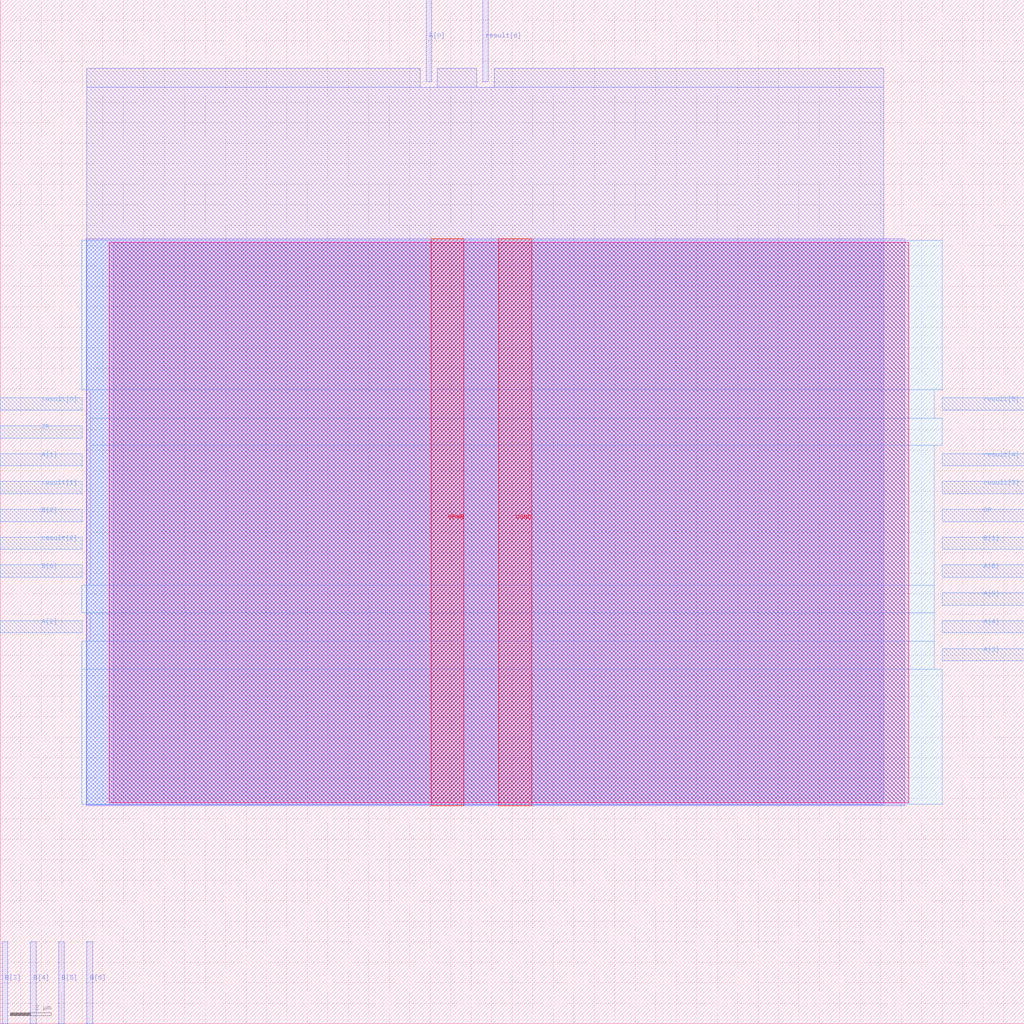
<source format=lef>
VERSION 5.7 ;
  NOWIREEXTENSIONATPIN ON ;
  DIVIDERCHAR "/" ;
  BUSBITCHARS "[]" ;
MACRO ALU_7bit
  CLASS BLOCK ;
  FOREIGN ALU_7bit ;
  ORIGIN 0.000 0.000 ;
  SIZE 50.000 BY 50.000 ;
  PIN A[0]
    DIRECTION INPUT ;
    USE SIGNAL ;
    ANTENNAGATEAREA 0.196500 ;
    PORT
      LAYER met2 ;
        RECT 20.790 46.000 21.070 50.000 ;
    END
  END A[0]
  PIN A[1]
    DIRECTION INPUT ;
    USE SIGNAL ;
    ANTENNAGATEAREA 0.196500 ;
    PORT
      LAYER met3 ;
        RECT 0.000 27.240 4.000 27.840 ;
    END
  END A[1]
  PIN A[2]
    DIRECTION INPUT ;
    USE SIGNAL ;
    ANTENNAGATEAREA 0.196500 ;
    PORT
      LAYER met3 ;
        RECT 0.000 19.080 4.000 19.680 ;
    END
  END A[2]
  PIN A[3]
    DIRECTION INPUT ;
    USE SIGNAL ;
    ANTENNAGATEAREA 0.196500 ;
    PORT
      LAYER met3 ;
        RECT 46.000 17.720 50.000 18.320 ;
    END
  END A[3]
  PIN A[4]
    DIRECTION INPUT ;
    USE SIGNAL ;
    ANTENNAGATEAREA 0.196500 ;
    PORT
      LAYER met3 ;
        RECT 46.000 19.080 50.000 19.680 ;
    END
  END A[4]
  PIN A[5]
    DIRECTION INPUT ;
    USE SIGNAL ;
    ANTENNAGATEAREA 0.213000 ;
    PORT
      LAYER met3 ;
        RECT 46.000 20.440 50.000 21.040 ;
    END
  END A[5]
  PIN A[6]
    DIRECTION INPUT ;
    USE SIGNAL ;
    ANTENNAGATEAREA 0.213000 ;
    PORT
      LAYER met3 ;
        RECT 46.000 21.800 50.000 22.400 ;
    END
  END A[6]
  PIN B[0]
    DIRECTION INPUT ;
    USE SIGNAL ;
    ANTENNAGATEAREA 0.196500 ;
    PORT
      LAYER met3 ;
        RECT 0.000 21.800 4.000 22.400 ;
    END
  END B[0]
  PIN B[1]
    DIRECTION INPUT ;
    USE SIGNAL ;
    ANTENNAGATEAREA 0.213000 ;
    PORT
      LAYER met3 ;
        RECT 46.000 23.160 50.000 23.760 ;
    END
  END B[1]
  PIN B[2]
    DIRECTION INPUT ;
    USE SIGNAL ;
    ANTENNAGATEAREA 0.213000 ;
    PORT
      LAYER met3 ;
        RECT 0.000 24.520 4.000 25.120 ;
    END
  END B[2]
  PIN B[3]
    DIRECTION INPUT ;
    USE SIGNAL ;
    PORT
      LAYER met2 ;
        RECT 0.090 0.000 0.370 4.000 ;
    END
  END B[3]
  PIN B[4]
    DIRECTION INPUT ;
    USE SIGNAL ;
    PORT
      LAYER met2 ;
        RECT 1.470 0.000 1.750 4.000 ;
    END
  END B[4]
  PIN B[5]
    DIRECTION INPUT ;
    USE SIGNAL ;
    PORT
      LAYER met2 ;
        RECT 2.850 0.000 3.130 4.000 ;
    END
  END B[5]
  PIN B[6]
    DIRECTION INPUT ;
    USE SIGNAL ;
    PORT
      LAYER met2 ;
        RECT 4.230 0.000 4.510 4.000 ;
    END
  END B[6]
  PIN OP
    DIRECTION INPUT ;
    USE SIGNAL ;
    ANTENNAGATEAREA 0.196500 ;
    PORT
      LAYER met3 ;
        RECT 46.000 24.520 50.000 25.120 ;
    END
  END OP
  PIN VGND
    DIRECTION INOUT ;
    USE GROUND ;
    PORT
      LAYER met4 ;
        RECT 24.340 10.640 25.940 38.320 ;
    END
  END VGND
  PIN VPWR
    DIRECTION INOUT ;
    USE POWER ;
    PORT
      LAYER met4 ;
        RECT 21.040 10.640 22.640 38.320 ;
    END
  END VPWR
  PIN ZF
    DIRECTION OUTPUT ;
    USE SIGNAL ;
    ANTENNADIFFAREA 0.445500 ;
    PORT
      LAYER met3 ;
        RECT 0.000 28.600 4.000 29.200 ;
    END
  END ZF
  PIN result[0]
    DIRECTION OUTPUT ;
    USE SIGNAL ;
    ANTENNADIFFAREA 0.445500 ;
    PORT
      LAYER met3 ;
        RECT 0.000 29.960 4.000 30.560 ;
    END
  END result[0]
  PIN result[1]
    DIRECTION OUTPUT ;
    USE SIGNAL ;
    ANTENNADIFFAREA 0.445500 ;
    PORT
      LAYER met3 ;
        RECT 0.000 25.880 4.000 26.480 ;
    END
  END result[1]
  PIN result[2]
    DIRECTION OUTPUT ;
    USE SIGNAL ;
    ANTENNADIFFAREA 0.445500 ;
    PORT
      LAYER met3 ;
        RECT 0.000 23.160 4.000 23.760 ;
    END
  END result[2]
  PIN result[3]
    DIRECTION OUTPUT ;
    USE SIGNAL ;
    ANTENNADIFFAREA 0.445500 ;
    PORT
      LAYER met3 ;
        RECT 46.000 25.880 50.000 26.480 ;
    END
  END result[3]
  PIN result[4]
    DIRECTION OUTPUT ;
    USE SIGNAL ;
    ANTENNADIFFAREA 0.445500 ;
    PORT
      LAYER met3 ;
        RECT 46.000 27.240 50.000 27.840 ;
    END
  END result[4]
  PIN result[5]
    DIRECTION OUTPUT ;
    USE SIGNAL ;
    ANTENNADIFFAREA 0.445500 ;
    PORT
      LAYER met3 ;
        RECT 46.000 29.960 50.000 30.560 ;
    END
  END result[5]
  PIN result[6]
    DIRECTION OUTPUT ;
    USE SIGNAL ;
    ANTENNADIFFAREA 0.445500 ;
    PORT
      LAYER met2 ;
        RECT 23.550 46.000 23.830 50.000 ;
    END
  END result[6]
  OBS
      LAYER nwell ;
        RECT 5.330 10.795 44.350 38.165 ;
      LAYER li1 ;
        RECT 5.520 10.795 44.160 38.165 ;
      LAYER met1 ;
        RECT 4.210 10.640 44.160 38.320 ;
      LAYER met2 ;
        RECT 4.230 45.720 20.510 46.650 ;
        RECT 21.350 45.720 23.270 46.650 ;
        RECT 24.110 45.720 43.140 46.650 ;
        RECT 4.230 10.695 43.140 45.720 ;
      LAYER met3 ;
        RECT 3.990 30.960 46.000 38.245 ;
        RECT 4.400 29.560 45.600 30.960 ;
        RECT 4.400 28.240 46.000 29.560 ;
        RECT 4.400 21.400 45.600 28.240 ;
        RECT 3.990 20.080 45.600 21.400 ;
        RECT 4.400 18.680 45.600 20.080 ;
        RECT 3.990 17.320 45.600 18.680 ;
        RECT 3.990 10.715 46.000 17.320 ;
  END
END ALU_7bit
END LIBRARY


</source>
